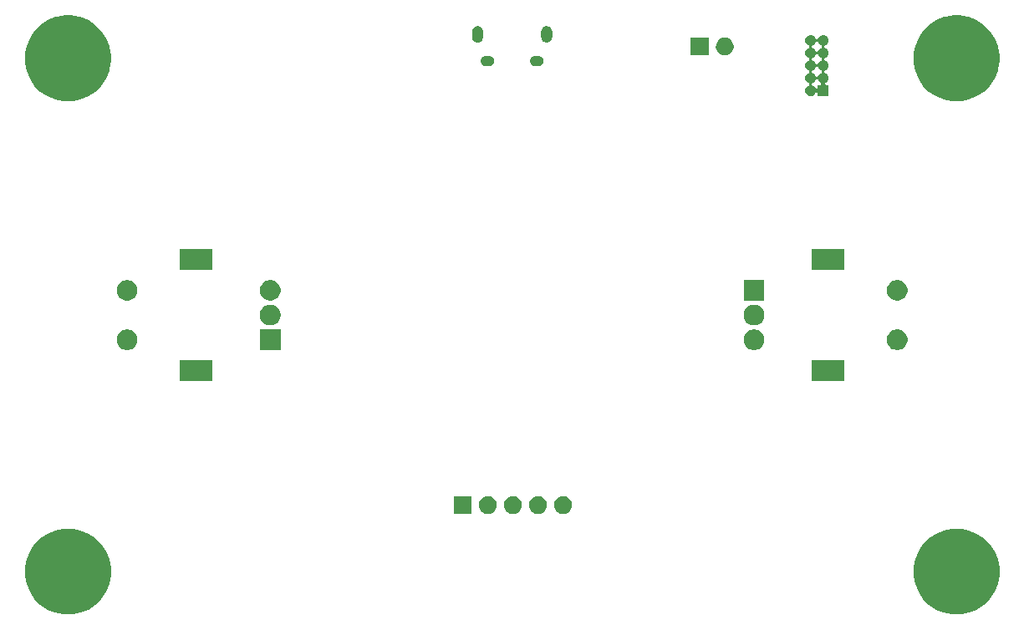
<source format=gbr>
G04 #@! TF.GenerationSoftware,KiCad,Pcbnew,(5.1.5-0-10_14)*
G04 #@! TF.CreationDate,2020-04-18T17:33:32+10:00*
G04 #@! TF.ProjectId,etch-a-sketch,65746368-2d61-42d7-936b-657463682e6b,rev?*
G04 #@! TF.SameCoordinates,Original*
G04 #@! TF.FileFunction,Soldermask,Bot*
G04 #@! TF.FilePolarity,Negative*
%FSLAX46Y46*%
G04 Gerber Fmt 4.6, Leading zero omitted, Abs format (unit mm)*
G04 Created by KiCad (PCBNEW (5.1.5-0-10_14)) date 2020-04-18 17:33:32*
%MOMM*%
%LPD*%
G04 APERTURE LIST*
%ADD10C,0.100000*%
G04 APERTURE END LIST*
D10*
G36*
X115548156Y-72672794D02*
G01*
X116269140Y-72816206D01*
X117060972Y-73144193D01*
X117773601Y-73620357D01*
X118379643Y-74226399D01*
X118855807Y-74939028D01*
X119183794Y-75730860D01*
X119351000Y-76571464D01*
X119351000Y-77428536D01*
X119183794Y-78269140D01*
X118855807Y-79060972D01*
X118379643Y-79773601D01*
X117773601Y-80379643D01*
X117060972Y-80855807D01*
X116269140Y-81183794D01*
X115548156Y-81327206D01*
X115428537Y-81351000D01*
X114571463Y-81351000D01*
X114451844Y-81327206D01*
X113730860Y-81183794D01*
X112939028Y-80855807D01*
X112226399Y-80379643D01*
X111620357Y-79773601D01*
X111144193Y-79060972D01*
X110816206Y-78269140D01*
X110649000Y-77428536D01*
X110649000Y-76571464D01*
X110816206Y-75730860D01*
X111144193Y-74939028D01*
X111620357Y-74226399D01*
X112226399Y-73620357D01*
X112939028Y-73144193D01*
X113730860Y-72816206D01*
X114451844Y-72672794D01*
X114571463Y-72649000D01*
X115428537Y-72649000D01*
X115548156Y-72672794D01*
G37*
G36*
X25548156Y-72672794D02*
G01*
X26269140Y-72816206D01*
X27060972Y-73144193D01*
X27773601Y-73620357D01*
X28379643Y-74226399D01*
X28855807Y-74939028D01*
X29183794Y-75730860D01*
X29351000Y-76571464D01*
X29351000Y-77428536D01*
X29183794Y-78269140D01*
X28855807Y-79060972D01*
X28379643Y-79773601D01*
X27773601Y-80379643D01*
X27060972Y-80855807D01*
X26269140Y-81183794D01*
X25548156Y-81327206D01*
X25428537Y-81351000D01*
X24571463Y-81351000D01*
X24451844Y-81327206D01*
X23730860Y-81183794D01*
X22939028Y-80855807D01*
X22226399Y-80379643D01*
X21620357Y-79773601D01*
X21144193Y-79060972D01*
X20816206Y-78269140D01*
X20649000Y-77428536D01*
X20649000Y-76571464D01*
X20816206Y-75730860D01*
X21144193Y-74939028D01*
X21620357Y-74226399D01*
X22226399Y-73620357D01*
X22939028Y-73144193D01*
X23730860Y-72816206D01*
X24451844Y-72672794D01*
X24571463Y-72649000D01*
X25428537Y-72649000D01*
X25548156Y-72672794D01*
G37*
G36*
X65901000Y-71151000D02*
G01*
X64099000Y-71151000D01*
X64099000Y-69349000D01*
X65901000Y-69349000D01*
X65901000Y-71151000D01*
G37*
G36*
X67653512Y-69353927D02*
G01*
X67802812Y-69383624D01*
X67966784Y-69451544D01*
X68114354Y-69550147D01*
X68239853Y-69675646D01*
X68338456Y-69823216D01*
X68406376Y-69987188D01*
X68441000Y-70161259D01*
X68441000Y-70338741D01*
X68406376Y-70512812D01*
X68338456Y-70676784D01*
X68239853Y-70824354D01*
X68114354Y-70949853D01*
X67966784Y-71048456D01*
X67802812Y-71116376D01*
X67653512Y-71146073D01*
X67628742Y-71151000D01*
X67451258Y-71151000D01*
X67426488Y-71146073D01*
X67277188Y-71116376D01*
X67113216Y-71048456D01*
X66965646Y-70949853D01*
X66840147Y-70824354D01*
X66741544Y-70676784D01*
X66673624Y-70512812D01*
X66639000Y-70338741D01*
X66639000Y-70161259D01*
X66673624Y-69987188D01*
X66741544Y-69823216D01*
X66840147Y-69675646D01*
X66965646Y-69550147D01*
X67113216Y-69451544D01*
X67277188Y-69383624D01*
X67426488Y-69353927D01*
X67451258Y-69349000D01*
X67628742Y-69349000D01*
X67653512Y-69353927D01*
G37*
G36*
X70193512Y-69353927D02*
G01*
X70342812Y-69383624D01*
X70506784Y-69451544D01*
X70654354Y-69550147D01*
X70779853Y-69675646D01*
X70878456Y-69823216D01*
X70946376Y-69987188D01*
X70981000Y-70161259D01*
X70981000Y-70338741D01*
X70946376Y-70512812D01*
X70878456Y-70676784D01*
X70779853Y-70824354D01*
X70654354Y-70949853D01*
X70506784Y-71048456D01*
X70342812Y-71116376D01*
X70193512Y-71146073D01*
X70168742Y-71151000D01*
X69991258Y-71151000D01*
X69966488Y-71146073D01*
X69817188Y-71116376D01*
X69653216Y-71048456D01*
X69505646Y-70949853D01*
X69380147Y-70824354D01*
X69281544Y-70676784D01*
X69213624Y-70512812D01*
X69179000Y-70338741D01*
X69179000Y-70161259D01*
X69213624Y-69987188D01*
X69281544Y-69823216D01*
X69380147Y-69675646D01*
X69505646Y-69550147D01*
X69653216Y-69451544D01*
X69817188Y-69383624D01*
X69966488Y-69353927D01*
X69991258Y-69349000D01*
X70168742Y-69349000D01*
X70193512Y-69353927D01*
G37*
G36*
X72733512Y-69353927D02*
G01*
X72882812Y-69383624D01*
X73046784Y-69451544D01*
X73194354Y-69550147D01*
X73319853Y-69675646D01*
X73418456Y-69823216D01*
X73486376Y-69987188D01*
X73521000Y-70161259D01*
X73521000Y-70338741D01*
X73486376Y-70512812D01*
X73418456Y-70676784D01*
X73319853Y-70824354D01*
X73194354Y-70949853D01*
X73046784Y-71048456D01*
X72882812Y-71116376D01*
X72733512Y-71146073D01*
X72708742Y-71151000D01*
X72531258Y-71151000D01*
X72506488Y-71146073D01*
X72357188Y-71116376D01*
X72193216Y-71048456D01*
X72045646Y-70949853D01*
X71920147Y-70824354D01*
X71821544Y-70676784D01*
X71753624Y-70512812D01*
X71719000Y-70338741D01*
X71719000Y-70161259D01*
X71753624Y-69987188D01*
X71821544Y-69823216D01*
X71920147Y-69675646D01*
X72045646Y-69550147D01*
X72193216Y-69451544D01*
X72357188Y-69383624D01*
X72506488Y-69353927D01*
X72531258Y-69349000D01*
X72708742Y-69349000D01*
X72733512Y-69353927D01*
G37*
G36*
X75273512Y-69353927D02*
G01*
X75422812Y-69383624D01*
X75586784Y-69451544D01*
X75734354Y-69550147D01*
X75859853Y-69675646D01*
X75958456Y-69823216D01*
X76026376Y-69987188D01*
X76061000Y-70161259D01*
X76061000Y-70338741D01*
X76026376Y-70512812D01*
X75958456Y-70676784D01*
X75859853Y-70824354D01*
X75734354Y-70949853D01*
X75586784Y-71048456D01*
X75422812Y-71116376D01*
X75273512Y-71146073D01*
X75248742Y-71151000D01*
X75071258Y-71151000D01*
X75046488Y-71146073D01*
X74897188Y-71116376D01*
X74733216Y-71048456D01*
X74585646Y-70949853D01*
X74460147Y-70824354D01*
X74361544Y-70676784D01*
X74293624Y-70512812D01*
X74259000Y-70338741D01*
X74259000Y-70161259D01*
X74293624Y-69987188D01*
X74361544Y-69823216D01*
X74460147Y-69675646D01*
X74585646Y-69550147D01*
X74733216Y-69451544D01*
X74897188Y-69383624D01*
X75046488Y-69353927D01*
X75071258Y-69349000D01*
X75248742Y-69349000D01*
X75273512Y-69353927D01*
G37*
G36*
X39651000Y-57651000D02*
G01*
X36349000Y-57651000D01*
X36349000Y-55549000D01*
X39651000Y-55549000D01*
X39651000Y-57651000D01*
G37*
G36*
X103651000Y-57651000D02*
G01*
X100349000Y-57651000D01*
X100349000Y-55549000D01*
X103651000Y-55549000D01*
X103651000Y-57651000D01*
G37*
G36*
X31306564Y-52489389D02*
G01*
X31497833Y-52568615D01*
X31497835Y-52568616D01*
X31669973Y-52683635D01*
X31816365Y-52830027D01*
X31931385Y-53002167D01*
X32010611Y-53193436D01*
X32051000Y-53396484D01*
X32051000Y-53603516D01*
X32010611Y-53806564D01*
X31931385Y-53997833D01*
X31931384Y-53997835D01*
X31816365Y-54169973D01*
X31669973Y-54316365D01*
X31497835Y-54431384D01*
X31497834Y-54431385D01*
X31497833Y-54431385D01*
X31306564Y-54510611D01*
X31103516Y-54551000D01*
X30896484Y-54551000D01*
X30693436Y-54510611D01*
X30502167Y-54431385D01*
X30502166Y-54431385D01*
X30502165Y-54431384D01*
X30330027Y-54316365D01*
X30183635Y-54169973D01*
X30068616Y-53997835D01*
X30068615Y-53997833D01*
X29989389Y-53806564D01*
X29949000Y-53603516D01*
X29949000Y-53396484D01*
X29989389Y-53193436D01*
X30068615Y-53002167D01*
X30183635Y-52830027D01*
X30330027Y-52683635D01*
X30502165Y-52568616D01*
X30502167Y-52568615D01*
X30693436Y-52489389D01*
X30896484Y-52449000D01*
X31103516Y-52449000D01*
X31306564Y-52489389D01*
G37*
G36*
X94806564Y-52489389D02*
G01*
X94997833Y-52568615D01*
X94997835Y-52568616D01*
X95169973Y-52683635D01*
X95316365Y-52830027D01*
X95431385Y-53002167D01*
X95510611Y-53193436D01*
X95551000Y-53396484D01*
X95551000Y-53603516D01*
X95510611Y-53806564D01*
X95431385Y-53997833D01*
X95431384Y-53997835D01*
X95316365Y-54169973D01*
X95169973Y-54316365D01*
X94997835Y-54431384D01*
X94997834Y-54431385D01*
X94997833Y-54431385D01*
X94806564Y-54510611D01*
X94603516Y-54551000D01*
X94396484Y-54551000D01*
X94193436Y-54510611D01*
X94002167Y-54431385D01*
X94002166Y-54431385D01*
X94002165Y-54431384D01*
X93830027Y-54316365D01*
X93683635Y-54169973D01*
X93568616Y-53997835D01*
X93568615Y-53997833D01*
X93489389Y-53806564D01*
X93449000Y-53603516D01*
X93449000Y-53396484D01*
X93489389Y-53193436D01*
X93568615Y-53002167D01*
X93683635Y-52830027D01*
X93830027Y-52683635D01*
X94002165Y-52568616D01*
X94002167Y-52568615D01*
X94193436Y-52489389D01*
X94396484Y-52449000D01*
X94603516Y-52449000D01*
X94806564Y-52489389D01*
G37*
G36*
X46551000Y-54551000D02*
G01*
X44449000Y-54551000D01*
X44449000Y-52449000D01*
X46551000Y-52449000D01*
X46551000Y-54551000D01*
G37*
G36*
X109306564Y-52489389D02*
G01*
X109497833Y-52568615D01*
X109497835Y-52568616D01*
X109669973Y-52683635D01*
X109816365Y-52830027D01*
X109931385Y-53002167D01*
X110010611Y-53193436D01*
X110051000Y-53396484D01*
X110051000Y-53603516D01*
X110010611Y-53806564D01*
X109931385Y-53997833D01*
X109931384Y-53997835D01*
X109816365Y-54169973D01*
X109669973Y-54316365D01*
X109497835Y-54431384D01*
X109497834Y-54431385D01*
X109497833Y-54431385D01*
X109306564Y-54510611D01*
X109103516Y-54551000D01*
X108896484Y-54551000D01*
X108693436Y-54510611D01*
X108502167Y-54431385D01*
X108502166Y-54431385D01*
X108502165Y-54431384D01*
X108330027Y-54316365D01*
X108183635Y-54169973D01*
X108068616Y-53997835D01*
X108068615Y-53997833D01*
X107989389Y-53806564D01*
X107949000Y-53603516D01*
X107949000Y-53396484D01*
X107989389Y-53193436D01*
X108068615Y-53002167D01*
X108183635Y-52830027D01*
X108330027Y-52683635D01*
X108502165Y-52568616D01*
X108502167Y-52568615D01*
X108693436Y-52489389D01*
X108896484Y-52449000D01*
X109103516Y-52449000D01*
X109306564Y-52489389D01*
G37*
G36*
X94806564Y-49989389D02*
G01*
X94997833Y-50068615D01*
X94997835Y-50068616D01*
X95169973Y-50183635D01*
X95316365Y-50330027D01*
X95431385Y-50502167D01*
X95510611Y-50693436D01*
X95551000Y-50896484D01*
X95551000Y-51103516D01*
X95510611Y-51306564D01*
X95431385Y-51497833D01*
X95431384Y-51497835D01*
X95316365Y-51669973D01*
X95169973Y-51816365D01*
X94997835Y-51931384D01*
X94997834Y-51931385D01*
X94997833Y-51931385D01*
X94806564Y-52010611D01*
X94603516Y-52051000D01*
X94396484Y-52051000D01*
X94193436Y-52010611D01*
X94002167Y-51931385D01*
X94002166Y-51931385D01*
X94002165Y-51931384D01*
X93830027Y-51816365D01*
X93683635Y-51669973D01*
X93568616Y-51497835D01*
X93568615Y-51497833D01*
X93489389Y-51306564D01*
X93449000Y-51103516D01*
X93449000Y-50896484D01*
X93489389Y-50693436D01*
X93568615Y-50502167D01*
X93683635Y-50330027D01*
X93830027Y-50183635D01*
X94002165Y-50068616D01*
X94002167Y-50068615D01*
X94193436Y-49989389D01*
X94396484Y-49949000D01*
X94603516Y-49949000D01*
X94806564Y-49989389D01*
G37*
G36*
X45806564Y-49989389D02*
G01*
X45997833Y-50068615D01*
X45997835Y-50068616D01*
X46169973Y-50183635D01*
X46316365Y-50330027D01*
X46431385Y-50502167D01*
X46510611Y-50693436D01*
X46551000Y-50896484D01*
X46551000Y-51103516D01*
X46510611Y-51306564D01*
X46431385Y-51497833D01*
X46431384Y-51497835D01*
X46316365Y-51669973D01*
X46169973Y-51816365D01*
X45997835Y-51931384D01*
X45997834Y-51931385D01*
X45997833Y-51931385D01*
X45806564Y-52010611D01*
X45603516Y-52051000D01*
X45396484Y-52051000D01*
X45193436Y-52010611D01*
X45002167Y-51931385D01*
X45002166Y-51931385D01*
X45002165Y-51931384D01*
X44830027Y-51816365D01*
X44683635Y-51669973D01*
X44568616Y-51497835D01*
X44568615Y-51497833D01*
X44489389Y-51306564D01*
X44449000Y-51103516D01*
X44449000Y-50896484D01*
X44489389Y-50693436D01*
X44568615Y-50502167D01*
X44683635Y-50330027D01*
X44830027Y-50183635D01*
X45002165Y-50068616D01*
X45002167Y-50068615D01*
X45193436Y-49989389D01*
X45396484Y-49949000D01*
X45603516Y-49949000D01*
X45806564Y-49989389D01*
G37*
G36*
X109306564Y-47489389D02*
G01*
X109497833Y-47568615D01*
X109497835Y-47568616D01*
X109669973Y-47683635D01*
X109816365Y-47830027D01*
X109931385Y-48002167D01*
X110010611Y-48193436D01*
X110051000Y-48396484D01*
X110051000Y-48603516D01*
X110010611Y-48806564D01*
X109931385Y-48997833D01*
X109931384Y-48997835D01*
X109816365Y-49169973D01*
X109669973Y-49316365D01*
X109497835Y-49431384D01*
X109497834Y-49431385D01*
X109497833Y-49431385D01*
X109306564Y-49510611D01*
X109103516Y-49551000D01*
X108896484Y-49551000D01*
X108693436Y-49510611D01*
X108502167Y-49431385D01*
X108502166Y-49431385D01*
X108502165Y-49431384D01*
X108330027Y-49316365D01*
X108183635Y-49169973D01*
X108068616Y-48997835D01*
X108068615Y-48997833D01*
X107989389Y-48806564D01*
X107949000Y-48603516D01*
X107949000Y-48396484D01*
X107989389Y-48193436D01*
X108068615Y-48002167D01*
X108183635Y-47830027D01*
X108330027Y-47683635D01*
X108502165Y-47568616D01*
X108502167Y-47568615D01*
X108693436Y-47489389D01*
X108896484Y-47449000D01*
X109103516Y-47449000D01*
X109306564Y-47489389D01*
G37*
G36*
X95551000Y-49551000D02*
G01*
X93449000Y-49551000D01*
X93449000Y-47449000D01*
X95551000Y-47449000D01*
X95551000Y-49551000D01*
G37*
G36*
X31306564Y-47489389D02*
G01*
X31497833Y-47568615D01*
X31497835Y-47568616D01*
X31669973Y-47683635D01*
X31816365Y-47830027D01*
X31931385Y-48002167D01*
X32010611Y-48193436D01*
X32051000Y-48396484D01*
X32051000Y-48603516D01*
X32010611Y-48806564D01*
X31931385Y-48997833D01*
X31931384Y-48997835D01*
X31816365Y-49169973D01*
X31669973Y-49316365D01*
X31497835Y-49431384D01*
X31497834Y-49431385D01*
X31497833Y-49431385D01*
X31306564Y-49510611D01*
X31103516Y-49551000D01*
X30896484Y-49551000D01*
X30693436Y-49510611D01*
X30502167Y-49431385D01*
X30502166Y-49431385D01*
X30502165Y-49431384D01*
X30330027Y-49316365D01*
X30183635Y-49169973D01*
X30068616Y-48997835D01*
X30068615Y-48997833D01*
X29989389Y-48806564D01*
X29949000Y-48603516D01*
X29949000Y-48396484D01*
X29989389Y-48193436D01*
X30068615Y-48002167D01*
X30183635Y-47830027D01*
X30330027Y-47683635D01*
X30502165Y-47568616D01*
X30502167Y-47568615D01*
X30693436Y-47489389D01*
X30896484Y-47449000D01*
X31103516Y-47449000D01*
X31306564Y-47489389D01*
G37*
G36*
X45806564Y-47489389D02*
G01*
X45997833Y-47568615D01*
X45997835Y-47568616D01*
X46169973Y-47683635D01*
X46316365Y-47830027D01*
X46431385Y-48002167D01*
X46510611Y-48193436D01*
X46551000Y-48396484D01*
X46551000Y-48603516D01*
X46510611Y-48806564D01*
X46431385Y-48997833D01*
X46431384Y-48997835D01*
X46316365Y-49169973D01*
X46169973Y-49316365D01*
X45997835Y-49431384D01*
X45997834Y-49431385D01*
X45997833Y-49431385D01*
X45806564Y-49510611D01*
X45603516Y-49551000D01*
X45396484Y-49551000D01*
X45193436Y-49510611D01*
X45002167Y-49431385D01*
X45002166Y-49431385D01*
X45002165Y-49431384D01*
X44830027Y-49316365D01*
X44683635Y-49169973D01*
X44568616Y-48997835D01*
X44568615Y-48997833D01*
X44489389Y-48806564D01*
X44449000Y-48603516D01*
X44449000Y-48396484D01*
X44489389Y-48193436D01*
X44568615Y-48002167D01*
X44683635Y-47830027D01*
X44830027Y-47683635D01*
X45002165Y-47568616D01*
X45002167Y-47568615D01*
X45193436Y-47489389D01*
X45396484Y-47449000D01*
X45603516Y-47449000D01*
X45806564Y-47489389D01*
G37*
G36*
X103651000Y-46451000D02*
G01*
X100349000Y-46451000D01*
X100349000Y-44349000D01*
X103651000Y-44349000D01*
X103651000Y-46451000D01*
G37*
G36*
X39651000Y-46451000D02*
G01*
X36349000Y-46451000D01*
X36349000Y-44349000D01*
X39651000Y-44349000D01*
X39651000Y-46451000D01*
G37*
G36*
X25548156Y-20672794D02*
G01*
X26269140Y-20816206D01*
X27060972Y-21144193D01*
X27773601Y-21620357D01*
X28379643Y-22226399D01*
X28855807Y-22939028D01*
X29183794Y-23730860D01*
X29327206Y-24451844D01*
X29351000Y-24571463D01*
X29351000Y-25428537D01*
X29346280Y-25452265D01*
X29183794Y-26269140D01*
X28855807Y-27060972D01*
X28379643Y-27773601D01*
X27773601Y-28379643D01*
X27060972Y-28855807D01*
X26269140Y-29183794D01*
X25548156Y-29327206D01*
X25428537Y-29351000D01*
X24571463Y-29351000D01*
X24451844Y-29327206D01*
X23730860Y-29183794D01*
X22939028Y-28855807D01*
X22226399Y-28379643D01*
X21620357Y-27773601D01*
X21144193Y-27060972D01*
X20816206Y-26269140D01*
X20653720Y-25452265D01*
X20649000Y-25428537D01*
X20649000Y-24571463D01*
X20672794Y-24451844D01*
X20816206Y-23730860D01*
X21144193Y-22939028D01*
X21620357Y-22226399D01*
X22226399Y-21620357D01*
X22939028Y-21144193D01*
X23730860Y-20816206D01*
X24451844Y-20672794D01*
X24571463Y-20649000D01*
X25428537Y-20649000D01*
X25548156Y-20672794D01*
G37*
G36*
X115548156Y-20672794D02*
G01*
X116269140Y-20816206D01*
X117060972Y-21144193D01*
X117773601Y-21620357D01*
X118379643Y-22226399D01*
X118855807Y-22939028D01*
X119183794Y-23730860D01*
X119327206Y-24451844D01*
X119351000Y-24571463D01*
X119351000Y-25428537D01*
X119346280Y-25452265D01*
X119183794Y-26269140D01*
X118855807Y-27060972D01*
X118379643Y-27773601D01*
X117773601Y-28379643D01*
X117060972Y-28855807D01*
X116269140Y-29183794D01*
X115548156Y-29327206D01*
X115428537Y-29351000D01*
X114571463Y-29351000D01*
X114451844Y-29327206D01*
X113730860Y-29183794D01*
X112939028Y-28855807D01*
X112226399Y-28379643D01*
X111620357Y-27773601D01*
X111144193Y-27060972D01*
X110816206Y-26269140D01*
X110653720Y-25452265D01*
X110649000Y-25428537D01*
X110649000Y-24571463D01*
X110672794Y-24451844D01*
X110816206Y-23730860D01*
X111144193Y-22939028D01*
X111620357Y-22226399D01*
X112226399Y-21620357D01*
X112939028Y-21144193D01*
X113730860Y-20816206D01*
X114451844Y-20672794D01*
X114571463Y-20649000D01*
X115428537Y-20649000D01*
X115548156Y-20672794D01*
G37*
G36*
X100390721Y-22640174D02*
G01*
X100490995Y-22681709D01*
X100490996Y-22681710D01*
X100581242Y-22742010D01*
X100657990Y-22818758D01*
X100680246Y-22852067D01*
X100718291Y-22909005D01*
X100749516Y-22984389D01*
X100761067Y-23006000D01*
X100776612Y-23024941D01*
X100795554Y-23040487D01*
X100817165Y-23052038D01*
X100840614Y-23059151D01*
X100865000Y-23061553D01*
X100889386Y-23059151D01*
X100912835Y-23052038D01*
X100934446Y-23040487D01*
X100953387Y-23024942D01*
X100968933Y-23006000D01*
X100980484Y-22984389D01*
X101011709Y-22909005D01*
X101049754Y-22852067D01*
X101072010Y-22818758D01*
X101148758Y-22742010D01*
X101239004Y-22681710D01*
X101239005Y-22681709D01*
X101339279Y-22640174D01*
X101445730Y-22619000D01*
X101554270Y-22619000D01*
X101660721Y-22640174D01*
X101760995Y-22681709D01*
X101760996Y-22681710D01*
X101851242Y-22742010D01*
X101927990Y-22818758D01*
X101950246Y-22852067D01*
X101988291Y-22909005D01*
X102029826Y-23009279D01*
X102051000Y-23115730D01*
X102051000Y-23224270D01*
X102029826Y-23330721D01*
X101988291Y-23430995D01*
X101988290Y-23430996D01*
X101927990Y-23521242D01*
X101851242Y-23597990D01*
X101805812Y-23628345D01*
X101760995Y-23658291D01*
X101685611Y-23689516D01*
X101664000Y-23701067D01*
X101645059Y-23716612D01*
X101629513Y-23735554D01*
X101617962Y-23757165D01*
X101610849Y-23780614D01*
X101608447Y-23805000D01*
X101610849Y-23829386D01*
X101617962Y-23852835D01*
X101629513Y-23874446D01*
X101645058Y-23893387D01*
X101664000Y-23908933D01*
X101685611Y-23920484D01*
X101760995Y-23951709D01*
X101760996Y-23951710D01*
X101851242Y-24012010D01*
X101927990Y-24088758D01*
X101927991Y-24088760D01*
X101988291Y-24179005D01*
X102029826Y-24279279D01*
X102051000Y-24385730D01*
X102051000Y-24494270D01*
X102029826Y-24600721D01*
X101988291Y-24700995D01*
X101972919Y-24724000D01*
X101927990Y-24791242D01*
X101851242Y-24867990D01*
X101838862Y-24876262D01*
X101760995Y-24928291D01*
X101685611Y-24959516D01*
X101664000Y-24971067D01*
X101645059Y-24986612D01*
X101629513Y-25005554D01*
X101617962Y-25027165D01*
X101610849Y-25050614D01*
X101608447Y-25075000D01*
X101610849Y-25099386D01*
X101617962Y-25122835D01*
X101629513Y-25144446D01*
X101645058Y-25163387D01*
X101664000Y-25178933D01*
X101685611Y-25190484D01*
X101760995Y-25221709D01*
X101760996Y-25221710D01*
X101851242Y-25282010D01*
X101927990Y-25358758D01*
X101927991Y-25358760D01*
X101988291Y-25449005D01*
X102029826Y-25549279D01*
X102051000Y-25655730D01*
X102051000Y-25764270D01*
X102029826Y-25870721D01*
X101988291Y-25970995D01*
X101988290Y-25970996D01*
X101927990Y-26061242D01*
X101851242Y-26137990D01*
X101805812Y-26168345D01*
X101760995Y-26198291D01*
X101685611Y-26229516D01*
X101664000Y-26241067D01*
X101645059Y-26256612D01*
X101629513Y-26275554D01*
X101617962Y-26297165D01*
X101610849Y-26320614D01*
X101608447Y-26345000D01*
X101610849Y-26369386D01*
X101617962Y-26392835D01*
X101629513Y-26414446D01*
X101645058Y-26433387D01*
X101664000Y-26448933D01*
X101685611Y-26460484D01*
X101760995Y-26491709D01*
X101760996Y-26491710D01*
X101851242Y-26552010D01*
X101927990Y-26628758D01*
X101927991Y-26628760D01*
X101988291Y-26719005D01*
X102029826Y-26819279D01*
X102051000Y-26925730D01*
X102051000Y-27034270D01*
X102029826Y-27140721D01*
X101988291Y-27240995D01*
X101988290Y-27240996D01*
X101927990Y-27331242D01*
X101851242Y-27407990D01*
X101823457Y-27426555D01*
X101758336Y-27470068D01*
X101739394Y-27485614D01*
X101723849Y-27504556D01*
X101712298Y-27526167D01*
X101705185Y-27549615D01*
X101702783Y-27574002D01*
X101705185Y-27598388D01*
X101712298Y-27621837D01*
X101723849Y-27643447D01*
X101739395Y-27662389D01*
X101758337Y-27677934D01*
X101779948Y-27689485D01*
X101803396Y-27696598D01*
X101827782Y-27699000D01*
X102051000Y-27699000D01*
X102051000Y-28801000D01*
X100949000Y-28801000D01*
X100949000Y-28577782D01*
X100946598Y-28553396D01*
X100939485Y-28529947D01*
X100927934Y-28508336D01*
X100912389Y-28489394D01*
X100893447Y-28473849D01*
X100871836Y-28462298D01*
X100848387Y-28455185D01*
X100824001Y-28452783D01*
X100799615Y-28455185D01*
X100776166Y-28462298D01*
X100754555Y-28473849D01*
X100735613Y-28489394D01*
X100720068Y-28508336D01*
X100678988Y-28569816D01*
X100657990Y-28601242D01*
X100581242Y-28677990D01*
X100538204Y-28706747D01*
X100490995Y-28738291D01*
X100390721Y-28779826D01*
X100284270Y-28801000D01*
X100175730Y-28801000D01*
X100069279Y-28779826D01*
X99969005Y-28738291D01*
X99921796Y-28706747D01*
X99878758Y-28677990D01*
X99802010Y-28601242D01*
X99764009Y-28544369D01*
X99741709Y-28510995D01*
X99700174Y-28410721D01*
X99679000Y-28304270D01*
X99679000Y-28195730D01*
X99700174Y-28089279D01*
X99741709Y-27989005D01*
X99802009Y-27898760D01*
X99802010Y-27898758D01*
X99878758Y-27822010D01*
X99940104Y-27781020D01*
X99969005Y-27761709D01*
X100044389Y-27730484D01*
X100066000Y-27718933D01*
X100084941Y-27703388D01*
X100100487Y-27684446D01*
X100112038Y-27662835D01*
X100119151Y-27639386D01*
X100121553Y-27615000D01*
X100338447Y-27615000D01*
X100340849Y-27639386D01*
X100347962Y-27662835D01*
X100359513Y-27684446D01*
X100375058Y-27703387D01*
X100394000Y-27718933D01*
X100415611Y-27730484D01*
X100490995Y-27761709D01*
X100519896Y-27781020D01*
X100581242Y-27822010D01*
X100657990Y-27898758D01*
X100657991Y-27898760D01*
X100720068Y-27991664D01*
X100735614Y-28010606D01*
X100754556Y-28026151D01*
X100776167Y-28037702D01*
X100799615Y-28044815D01*
X100824002Y-28047217D01*
X100848388Y-28044815D01*
X100871837Y-28037702D01*
X100893447Y-28026151D01*
X100912389Y-28010605D01*
X100927934Y-27991663D01*
X100939485Y-27970052D01*
X100946598Y-27946604D01*
X100949000Y-27922218D01*
X100949000Y-27699000D01*
X101172218Y-27699000D01*
X101196604Y-27696598D01*
X101220053Y-27689485D01*
X101241664Y-27677934D01*
X101260606Y-27662389D01*
X101276151Y-27643447D01*
X101287702Y-27621836D01*
X101294815Y-27598387D01*
X101297217Y-27574001D01*
X101294815Y-27549615D01*
X101287702Y-27526166D01*
X101276151Y-27504555D01*
X101260606Y-27485613D01*
X101241664Y-27470068D01*
X101176543Y-27426555D01*
X101148758Y-27407990D01*
X101072010Y-27331242D01*
X101011710Y-27240996D01*
X101011709Y-27240995D01*
X100980484Y-27165611D01*
X100968933Y-27144000D01*
X100953388Y-27125059D01*
X100934446Y-27109513D01*
X100912835Y-27097962D01*
X100889386Y-27090849D01*
X100865000Y-27088447D01*
X100840614Y-27090849D01*
X100817165Y-27097962D01*
X100795554Y-27109513D01*
X100776613Y-27125058D01*
X100761067Y-27144000D01*
X100749516Y-27165611D01*
X100718291Y-27240995D01*
X100718290Y-27240996D01*
X100657990Y-27331242D01*
X100581242Y-27407990D01*
X100553457Y-27426555D01*
X100490995Y-27468291D01*
X100415611Y-27499516D01*
X100394000Y-27511067D01*
X100375059Y-27526612D01*
X100359513Y-27545554D01*
X100347962Y-27567165D01*
X100340849Y-27590614D01*
X100338447Y-27615000D01*
X100121553Y-27615000D01*
X100119151Y-27590614D01*
X100112038Y-27567165D01*
X100100487Y-27545554D01*
X100084942Y-27526613D01*
X100066000Y-27511067D01*
X100044389Y-27499516D01*
X99969005Y-27468291D01*
X99906543Y-27426555D01*
X99878758Y-27407990D01*
X99802010Y-27331242D01*
X99741710Y-27240996D01*
X99741709Y-27240995D01*
X99700174Y-27140721D01*
X99679000Y-27034270D01*
X99679000Y-26925730D01*
X99700174Y-26819279D01*
X99741709Y-26719005D01*
X99802009Y-26628760D01*
X99802010Y-26628758D01*
X99878758Y-26552010D01*
X99969004Y-26491710D01*
X99969005Y-26491709D01*
X100044389Y-26460484D01*
X100066000Y-26448933D01*
X100084941Y-26433388D01*
X100100487Y-26414446D01*
X100112038Y-26392835D01*
X100119151Y-26369386D01*
X100121553Y-26345000D01*
X100338447Y-26345000D01*
X100340849Y-26369386D01*
X100347962Y-26392835D01*
X100359513Y-26414446D01*
X100375058Y-26433387D01*
X100394000Y-26448933D01*
X100415611Y-26460484D01*
X100490995Y-26491709D01*
X100490996Y-26491710D01*
X100581242Y-26552010D01*
X100657990Y-26628758D01*
X100657991Y-26628760D01*
X100718291Y-26719005D01*
X100749516Y-26794389D01*
X100761067Y-26816000D01*
X100776612Y-26834941D01*
X100795554Y-26850487D01*
X100817165Y-26862038D01*
X100840614Y-26869151D01*
X100865000Y-26871553D01*
X100889386Y-26869151D01*
X100912835Y-26862038D01*
X100934446Y-26850487D01*
X100953387Y-26834942D01*
X100968933Y-26816000D01*
X100980484Y-26794389D01*
X101011709Y-26719005D01*
X101072009Y-26628760D01*
X101072010Y-26628758D01*
X101148758Y-26552010D01*
X101239004Y-26491710D01*
X101239005Y-26491709D01*
X101314389Y-26460484D01*
X101336000Y-26448933D01*
X101354941Y-26433388D01*
X101370487Y-26414446D01*
X101382038Y-26392835D01*
X101389151Y-26369386D01*
X101391553Y-26345000D01*
X101389151Y-26320614D01*
X101382038Y-26297165D01*
X101370487Y-26275554D01*
X101354942Y-26256613D01*
X101336000Y-26241067D01*
X101314389Y-26229516D01*
X101239005Y-26198291D01*
X101194188Y-26168345D01*
X101148758Y-26137990D01*
X101072010Y-26061242D01*
X101011710Y-25970996D01*
X101011709Y-25970995D01*
X100980484Y-25895611D01*
X100968933Y-25874000D01*
X100953388Y-25855059D01*
X100934446Y-25839513D01*
X100912835Y-25827962D01*
X100889386Y-25820849D01*
X100865000Y-25818447D01*
X100840614Y-25820849D01*
X100817165Y-25827962D01*
X100795554Y-25839513D01*
X100776613Y-25855058D01*
X100761067Y-25874000D01*
X100749516Y-25895611D01*
X100718291Y-25970995D01*
X100718290Y-25970996D01*
X100657990Y-26061242D01*
X100581242Y-26137990D01*
X100535812Y-26168345D01*
X100490995Y-26198291D01*
X100415611Y-26229516D01*
X100394000Y-26241067D01*
X100375059Y-26256612D01*
X100359513Y-26275554D01*
X100347962Y-26297165D01*
X100340849Y-26320614D01*
X100338447Y-26345000D01*
X100121553Y-26345000D01*
X100119151Y-26320614D01*
X100112038Y-26297165D01*
X100100487Y-26275554D01*
X100084942Y-26256613D01*
X100066000Y-26241067D01*
X100044389Y-26229516D01*
X99969005Y-26198291D01*
X99924188Y-26168345D01*
X99878758Y-26137990D01*
X99802010Y-26061242D01*
X99741710Y-25970996D01*
X99741709Y-25970995D01*
X99700174Y-25870721D01*
X99679000Y-25764270D01*
X99679000Y-25655730D01*
X99700174Y-25549279D01*
X99741709Y-25449005D01*
X99802009Y-25358760D01*
X99802010Y-25358758D01*
X99878758Y-25282010D01*
X99969004Y-25221710D01*
X99969005Y-25221709D01*
X100044389Y-25190484D01*
X100066000Y-25178933D01*
X100084941Y-25163388D01*
X100100487Y-25144446D01*
X100112038Y-25122835D01*
X100119151Y-25099386D01*
X100121553Y-25075000D01*
X100338447Y-25075000D01*
X100340849Y-25099386D01*
X100347962Y-25122835D01*
X100359513Y-25144446D01*
X100375058Y-25163387D01*
X100394000Y-25178933D01*
X100415611Y-25190484D01*
X100490995Y-25221709D01*
X100490996Y-25221710D01*
X100581242Y-25282010D01*
X100657990Y-25358758D01*
X100657991Y-25358760D01*
X100718291Y-25449005D01*
X100749516Y-25524389D01*
X100761067Y-25546000D01*
X100776612Y-25564941D01*
X100795554Y-25580487D01*
X100817165Y-25592038D01*
X100840614Y-25599151D01*
X100865000Y-25601553D01*
X100889386Y-25599151D01*
X100912835Y-25592038D01*
X100934446Y-25580487D01*
X100953387Y-25564942D01*
X100968933Y-25546000D01*
X100980484Y-25524389D01*
X101011709Y-25449005D01*
X101072009Y-25358760D01*
X101072010Y-25358758D01*
X101148758Y-25282010D01*
X101239004Y-25221710D01*
X101239005Y-25221709D01*
X101314389Y-25190484D01*
X101336000Y-25178933D01*
X101354941Y-25163388D01*
X101370487Y-25144446D01*
X101382038Y-25122835D01*
X101389151Y-25099386D01*
X101391553Y-25075000D01*
X101389151Y-25050614D01*
X101382038Y-25027165D01*
X101370487Y-25005554D01*
X101354942Y-24986613D01*
X101336000Y-24971067D01*
X101314389Y-24959516D01*
X101239005Y-24928291D01*
X101161138Y-24876262D01*
X101148758Y-24867990D01*
X101072010Y-24791242D01*
X101027081Y-24724000D01*
X101011709Y-24700995D01*
X100980484Y-24625611D01*
X100968933Y-24604000D01*
X100953388Y-24585059D01*
X100934446Y-24569513D01*
X100912835Y-24557962D01*
X100889386Y-24550849D01*
X100865000Y-24548447D01*
X100840614Y-24550849D01*
X100817165Y-24557962D01*
X100795554Y-24569513D01*
X100776613Y-24585058D01*
X100761067Y-24604000D01*
X100749516Y-24625611D01*
X100718291Y-24700995D01*
X100702919Y-24724000D01*
X100657990Y-24791242D01*
X100581242Y-24867990D01*
X100568862Y-24876262D01*
X100490995Y-24928291D01*
X100415611Y-24959516D01*
X100394000Y-24971067D01*
X100375059Y-24986612D01*
X100359513Y-25005554D01*
X100347962Y-25027165D01*
X100340849Y-25050614D01*
X100338447Y-25075000D01*
X100121553Y-25075000D01*
X100119151Y-25050614D01*
X100112038Y-25027165D01*
X100100487Y-25005554D01*
X100084942Y-24986613D01*
X100066000Y-24971067D01*
X100044389Y-24959516D01*
X99969005Y-24928291D01*
X99891138Y-24876262D01*
X99878758Y-24867990D01*
X99802010Y-24791242D01*
X99757081Y-24724000D01*
X99741709Y-24700995D01*
X99700174Y-24600721D01*
X99679000Y-24494270D01*
X99679000Y-24385730D01*
X99700174Y-24279279D01*
X99741709Y-24179005D01*
X99802009Y-24088760D01*
X99802010Y-24088758D01*
X99878758Y-24012010D01*
X99969004Y-23951710D01*
X99969005Y-23951709D01*
X100044389Y-23920484D01*
X100066000Y-23908933D01*
X100084941Y-23893388D01*
X100100487Y-23874446D01*
X100112038Y-23852835D01*
X100119151Y-23829386D01*
X100121553Y-23805000D01*
X100338447Y-23805000D01*
X100340849Y-23829386D01*
X100347962Y-23852835D01*
X100359513Y-23874446D01*
X100375058Y-23893387D01*
X100394000Y-23908933D01*
X100415611Y-23920484D01*
X100490995Y-23951709D01*
X100490996Y-23951710D01*
X100581242Y-24012010D01*
X100657990Y-24088758D01*
X100657991Y-24088760D01*
X100718291Y-24179005D01*
X100749516Y-24254389D01*
X100761067Y-24276000D01*
X100776612Y-24294941D01*
X100795554Y-24310487D01*
X100817165Y-24322038D01*
X100840614Y-24329151D01*
X100865000Y-24331553D01*
X100889386Y-24329151D01*
X100912835Y-24322038D01*
X100934446Y-24310487D01*
X100953387Y-24294942D01*
X100968933Y-24276000D01*
X100980484Y-24254389D01*
X101011709Y-24179005D01*
X101072009Y-24088760D01*
X101072010Y-24088758D01*
X101148758Y-24012010D01*
X101239004Y-23951710D01*
X101239005Y-23951709D01*
X101314389Y-23920484D01*
X101336000Y-23908933D01*
X101354941Y-23893388D01*
X101370487Y-23874446D01*
X101382038Y-23852835D01*
X101389151Y-23829386D01*
X101391553Y-23805000D01*
X101389151Y-23780614D01*
X101382038Y-23757165D01*
X101370487Y-23735554D01*
X101354942Y-23716613D01*
X101336000Y-23701067D01*
X101314389Y-23689516D01*
X101239005Y-23658291D01*
X101194188Y-23628345D01*
X101148758Y-23597990D01*
X101072010Y-23521242D01*
X101011710Y-23430996D01*
X101011709Y-23430995D01*
X100980484Y-23355611D01*
X100968933Y-23334000D01*
X100953388Y-23315059D01*
X100934446Y-23299513D01*
X100912835Y-23287962D01*
X100889386Y-23280849D01*
X100865000Y-23278447D01*
X100840614Y-23280849D01*
X100817165Y-23287962D01*
X100795554Y-23299513D01*
X100776613Y-23315058D01*
X100761067Y-23334000D01*
X100749516Y-23355611D01*
X100718291Y-23430995D01*
X100718290Y-23430996D01*
X100657990Y-23521242D01*
X100581242Y-23597990D01*
X100535812Y-23628345D01*
X100490995Y-23658291D01*
X100415611Y-23689516D01*
X100394000Y-23701067D01*
X100375059Y-23716612D01*
X100359513Y-23735554D01*
X100347962Y-23757165D01*
X100340849Y-23780614D01*
X100338447Y-23805000D01*
X100121553Y-23805000D01*
X100119151Y-23780614D01*
X100112038Y-23757165D01*
X100100487Y-23735554D01*
X100084942Y-23716613D01*
X100066000Y-23701067D01*
X100044389Y-23689516D01*
X99969005Y-23658291D01*
X99924188Y-23628345D01*
X99878758Y-23597990D01*
X99802010Y-23521242D01*
X99741710Y-23430996D01*
X99741709Y-23430995D01*
X99700174Y-23330721D01*
X99679000Y-23224270D01*
X99679000Y-23115730D01*
X99700174Y-23009279D01*
X99741709Y-22909005D01*
X99779754Y-22852067D01*
X99802010Y-22818758D01*
X99878758Y-22742010D01*
X99969004Y-22681710D01*
X99969005Y-22681709D01*
X100069279Y-22640174D01*
X100175730Y-22619000D01*
X100284270Y-22619000D01*
X100390721Y-22640174D01*
G37*
G36*
X72753114Y-24731611D02*
G01*
X72852265Y-24761688D01*
X72943644Y-24810531D01*
X73023738Y-24876262D01*
X73089469Y-24956356D01*
X73138312Y-25047735D01*
X73168389Y-25146886D01*
X73178545Y-25250000D01*
X73168389Y-25353114D01*
X73138312Y-25452265D01*
X73089469Y-25543644D01*
X73023738Y-25623738D01*
X72943644Y-25689469D01*
X72852265Y-25738312D01*
X72753114Y-25768389D01*
X72675839Y-25776000D01*
X72324161Y-25776000D01*
X72246886Y-25768389D01*
X72147735Y-25738312D01*
X72056356Y-25689469D01*
X71976262Y-25623738D01*
X71910531Y-25543644D01*
X71861688Y-25452265D01*
X71831611Y-25353114D01*
X71821455Y-25250000D01*
X71831611Y-25146886D01*
X71861688Y-25047735D01*
X71910531Y-24956356D01*
X71976262Y-24876262D01*
X72056356Y-24810531D01*
X72147735Y-24761688D01*
X72246886Y-24731611D01*
X72324161Y-24724000D01*
X72675839Y-24724000D01*
X72753114Y-24731611D01*
G37*
G36*
X67753114Y-24731611D02*
G01*
X67852265Y-24761688D01*
X67943644Y-24810531D01*
X68023738Y-24876262D01*
X68089469Y-24956356D01*
X68138312Y-25047735D01*
X68168389Y-25146886D01*
X68178545Y-25250000D01*
X68168389Y-25353114D01*
X68138312Y-25452265D01*
X68089469Y-25543644D01*
X68023738Y-25623738D01*
X67943644Y-25689469D01*
X67852265Y-25738312D01*
X67753114Y-25768389D01*
X67675839Y-25776000D01*
X67324161Y-25776000D01*
X67246886Y-25768389D01*
X67147735Y-25738312D01*
X67056356Y-25689469D01*
X66976262Y-25623738D01*
X66910531Y-25543644D01*
X66861688Y-25452265D01*
X66831611Y-25353114D01*
X66821455Y-25250000D01*
X66831611Y-25146886D01*
X66861688Y-25047735D01*
X66910531Y-24956356D01*
X66976262Y-24876262D01*
X67056356Y-24810531D01*
X67147735Y-24761688D01*
X67246886Y-24731611D01*
X67324161Y-24724000D01*
X67675839Y-24724000D01*
X67753114Y-24731611D01*
G37*
G36*
X91653512Y-22903927D02*
G01*
X91802812Y-22933624D01*
X91966784Y-23001544D01*
X92114354Y-23100147D01*
X92239853Y-23225646D01*
X92338456Y-23373216D01*
X92406376Y-23537188D01*
X92430464Y-23658290D01*
X92441000Y-23711258D01*
X92441000Y-23888742D01*
X92440076Y-23893387D01*
X92406376Y-24062812D01*
X92338456Y-24226784D01*
X92239853Y-24374354D01*
X92114354Y-24499853D01*
X91966784Y-24598456D01*
X91802812Y-24666376D01*
X91653512Y-24696073D01*
X91628742Y-24701000D01*
X91451258Y-24701000D01*
X91426488Y-24696073D01*
X91277188Y-24666376D01*
X91113216Y-24598456D01*
X90965646Y-24499853D01*
X90840147Y-24374354D01*
X90741544Y-24226784D01*
X90673624Y-24062812D01*
X90639924Y-23893387D01*
X90639000Y-23888742D01*
X90639000Y-23711258D01*
X90649536Y-23658290D01*
X90673624Y-23537188D01*
X90741544Y-23373216D01*
X90840147Y-23225646D01*
X90965646Y-23100147D01*
X91113216Y-23001544D01*
X91277188Y-22933624D01*
X91426488Y-22903927D01*
X91451258Y-22899000D01*
X91628742Y-22899000D01*
X91653512Y-22903927D01*
G37*
G36*
X89901000Y-24701000D02*
G01*
X88099000Y-24701000D01*
X88099000Y-22899000D01*
X89901000Y-22899000D01*
X89901000Y-24701000D01*
G37*
G36*
X73608015Y-21731973D02*
G01*
X73711879Y-21763479D01*
X73739055Y-21778005D01*
X73807600Y-21814643D01*
X73891501Y-21883499D01*
X73960357Y-21967400D01*
X73996995Y-22035945D01*
X74011521Y-22063121D01*
X74043027Y-22166985D01*
X74051000Y-22247933D01*
X74051000Y-22852067D01*
X74043027Y-22933015D01*
X74011521Y-23036879D01*
X74011519Y-23036882D01*
X73969374Y-23115730D01*
X73960356Y-23132600D01*
X73891501Y-23216501D01*
X73880356Y-23225647D01*
X73807599Y-23285357D01*
X73755907Y-23312987D01*
X73711878Y-23336521D01*
X73608014Y-23368027D01*
X73500000Y-23378666D01*
X73391985Y-23368027D01*
X73288121Y-23336521D01*
X73197275Y-23287962D01*
X73192401Y-23285357D01*
X73179643Y-23274887D01*
X73108499Y-23216501D01*
X73039644Y-23132600D01*
X73030627Y-23115730D01*
X73000384Y-23059151D01*
X72988479Y-23036878D01*
X72956973Y-22933014D01*
X72949000Y-22852066D01*
X72949000Y-22247933D01*
X72956973Y-22166985D01*
X72988480Y-22063121D01*
X72988481Y-22063118D01*
X73039643Y-21967401D01*
X73108500Y-21883499D01*
X73192401Y-21814643D01*
X73260946Y-21778005D01*
X73288122Y-21763479D01*
X73391986Y-21731973D01*
X73500000Y-21721334D01*
X73608015Y-21731973D01*
G37*
G36*
X66608015Y-21731973D02*
G01*
X66711879Y-21763479D01*
X66739055Y-21778005D01*
X66807600Y-21814643D01*
X66891501Y-21883499D01*
X66960357Y-21967400D01*
X66996995Y-22035945D01*
X67011521Y-22063121D01*
X67043027Y-22166985D01*
X67051000Y-22247933D01*
X67051000Y-22852067D01*
X67043027Y-22933015D01*
X67011521Y-23036879D01*
X67011519Y-23036882D01*
X66969374Y-23115730D01*
X66960356Y-23132600D01*
X66891501Y-23216501D01*
X66880356Y-23225647D01*
X66807599Y-23285357D01*
X66755907Y-23312987D01*
X66711878Y-23336521D01*
X66608014Y-23368027D01*
X66500000Y-23378666D01*
X66391985Y-23368027D01*
X66288121Y-23336521D01*
X66197275Y-23287962D01*
X66192401Y-23285357D01*
X66179643Y-23274887D01*
X66108499Y-23216501D01*
X66039644Y-23132600D01*
X66030627Y-23115730D01*
X66000384Y-23059151D01*
X65988479Y-23036878D01*
X65956973Y-22933014D01*
X65949000Y-22852066D01*
X65949000Y-22247933D01*
X65956973Y-22166985D01*
X65988480Y-22063121D01*
X65988481Y-22063118D01*
X66039643Y-21967401D01*
X66108500Y-21883499D01*
X66192401Y-21814643D01*
X66260946Y-21778005D01*
X66288122Y-21763479D01*
X66391986Y-21731973D01*
X66500000Y-21721334D01*
X66608015Y-21731973D01*
G37*
M02*

</source>
